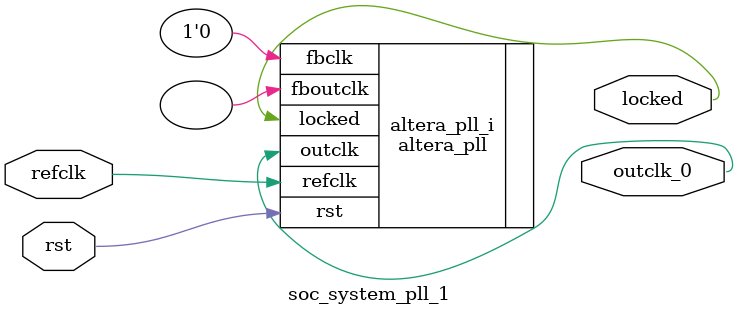
<source format=v>
`timescale 1ns/10ps
module  soc_system_pll_1(

	// interface 'refclk'
	input wire refclk,

	// interface 'reset'
	input wire rst,

	// interface 'outclk0'
	output wire outclk_0,

	// interface 'locked'
	output wire locked
);

	altera_pll #(
		.fractional_vco_multiplier("true"),
		.reference_clock_frequency("50.0 MHz"),
		.operation_mode("direct"),
		.number_of_clocks(1),
		.output_clock_frequency0("148.500000 MHz"),
		.phase_shift0("0 ps"),
		.duty_cycle0(50),
		.output_clock_frequency1("0 MHz"),
		.phase_shift1("0 ps"),
		.duty_cycle1(50),
		.output_clock_frequency2("0 MHz"),
		.phase_shift2("0 ps"),
		.duty_cycle2(50),
		.output_clock_frequency3("0 MHz"),
		.phase_shift3("0 ps"),
		.duty_cycle3(50),
		.output_clock_frequency4("0 MHz"),
		.phase_shift4("0 ps"),
		.duty_cycle4(50),
		.output_clock_frequency5("0 MHz"),
		.phase_shift5("0 ps"),
		.duty_cycle5(50),
		.output_clock_frequency6("0 MHz"),
		.phase_shift6("0 ps"),
		.duty_cycle6(50),
		.output_clock_frequency7("0 MHz"),
		.phase_shift7("0 ps"),
		.duty_cycle7(50),
		.output_clock_frequency8("0 MHz"),
		.phase_shift8("0 ps"),
		.duty_cycle8(50),
		.output_clock_frequency9("0 MHz"),
		.phase_shift9("0 ps"),
		.duty_cycle9(50),
		.output_clock_frequency10("0 MHz"),
		.phase_shift10("0 ps"),
		.duty_cycle10(50),
		.output_clock_frequency11("0 MHz"),
		.phase_shift11("0 ps"),
		.duty_cycle11(50),
		.output_clock_frequency12("0 MHz"),
		.phase_shift12("0 ps"),
		.duty_cycle12(50),
		.output_clock_frequency13("0 MHz"),
		.phase_shift13("0 ps"),
		.duty_cycle13(50),
		.output_clock_frequency14("0 MHz"),
		.phase_shift14("0 ps"),
		.duty_cycle14(50),
		.output_clock_frequency15("0 MHz"),
		.phase_shift15("0 ps"),
		.duty_cycle15(50),
		.output_clock_frequency16("0 MHz"),
		.phase_shift16("0 ps"),
		.duty_cycle16(50),
		.output_clock_frequency17("0 MHz"),
		.phase_shift17("0 ps"),
		.duty_cycle17(50),
		.pll_type("General"),
		.pll_subtype("General")
	) altera_pll_i (
		.rst	(rst),
		.outclk	({outclk_0}),
		.locked	(locked),
		.fboutclk	( ),
		.fbclk	(1'b0),
		.refclk	(refclk)
	);
endmodule


</source>
